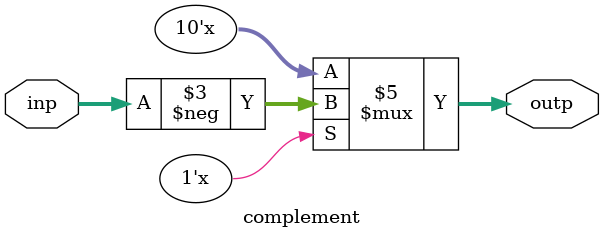
<source format=v>
`timescale 1ns / 1ps

//dont really need this file...

module complement(
    input [9:0] inp,
    output reg [9:0] outp
    );
//http://www.referencedesigner.com/tutorials/verilog/verilog_58.php
initial begin
    if (outp[9] == 1'b1)
        outp = -inp;
end

endmodule

</source>
